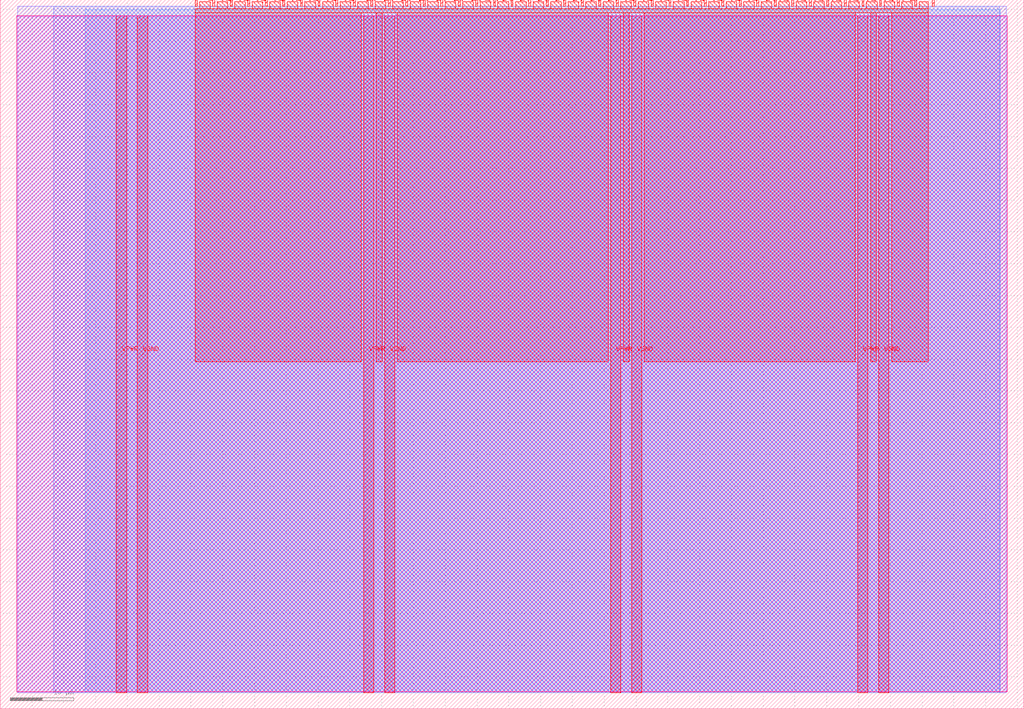
<source format=lef>
VERSION 5.7 ;
  NOWIREEXTENSIONATPIN ON ;
  DIVIDERCHAR "/" ;
  BUSBITCHARS "[]" ;
MACRO tt_um_dff_mem
  CLASS BLOCK ;
  FOREIGN tt_um_dff_mem ;
  ORIGIN 0.000 0.000 ;
  SIZE 161.000 BY 111.520 ;
  PIN VGND
    DIRECTION INOUT ;
    USE GROUND ;
    PORT
      LAYER met4 ;
        RECT 21.580 2.480 23.180 109.040 ;
    END
    PORT
      LAYER met4 ;
        RECT 60.450 2.480 62.050 109.040 ;
    END
    PORT
      LAYER met4 ;
        RECT 99.320 2.480 100.920 109.040 ;
    END
    PORT
      LAYER met4 ;
        RECT 138.190 2.480 139.790 109.040 ;
    END
  END VGND
  PIN VPWR
    DIRECTION INOUT ;
    USE POWER ;
    PORT
      LAYER met4 ;
        RECT 18.280 2.480 19.880 109.040 ;
    END
    PORT
      LAYER met4 ;
        RECT 57.150 2.480 58.750 109.040 ;
    END
    PORT
      LAYER met4 ;
        RECT 96.020 2.480 97.620 109.040 ;
    END
    PORT
      LAYER met4 ;
        RECT 134.890 2.480 136.490 109.040 ;
    END
  END VPWR
  PIN clk
    DIRECTION INPUT ;
    USE SIGNAL ;
    ANTENNAGATEAREA 0.852000 ;
    PORT
      LAYER met4 ;
        RECT 143.830 110.520 144.130 111.520 ;
    END
  END clk
  PIN ena
    DIRECTION INPUT ;
    USE SIGNAL ;
    PORT
      LAYER met4 ;
        RECT 146.590 110.520 146.890 111.520 ;
    END
  END ena
  PIN rst_n
    DIRECTION INPUT ;
    USE SIGNAL ;
    ANTENNAGATEAREA 0.213000 ;
    PORT
      LAYER met4 ;
        RECT 141.070 110.520 141.370 111.520 ;
    END
  END rst_n
  PIN ui_in[0]
    DIRECTION INPUT ;
    USE SIGNAL ;
    ANTENNAGATEAREA 0.126000 ;
    PORT
      LAYER met4 ;
        RECT 138.310 110.520 138.610 111.520 ;
    END
  END ui_in[0]
  PIN ui_in[1]
    DIRECTION INPUT ;
    USE SIGNAL ;
    ANTENNAGATEAREA 0.126000 ;
    PORT
      LAYER met4 ;
        RECT 135.550 110.520 135.850 111.520 ;
    END
  END ui_in[1]
  PIN ui_in[2]
    DIRECTION INPUT ;
    USE SIGNAL ;
    ANTENNAGATEAREA 0.196500 ;
    PORT
      LAYER met4 ;
        RECT 132.790 110.520 133.090 111.520 ;
    END
  END ui_in[2]
  PIN ui_in[3]
    DIRECTION INPUT ;
    USE SIGNAL ;
    ANTENNAGATEAREA 0.196500 ;
    PORT
      LAYER met4 ;
        RECT 130.030 110.520 130.330 111.520 ;
    END
  END ui_in[3]
  PIN ui_in[4]
    DIRECTION INPUT ;
    USE SIGNAL ;
    PORT
      LAYER met4 ;
        RECT 127.270 110.520 127.570 111.520 ;
    END
  END ui_in[4]
  PIN ui_in[5]
    DIRECTION INPUT ;
    USE SIGNAL ;
    PORT
      LAYER met4 ;
        RECT 124.510 110.520 124.810 111.520 ;
    END
  END ui_in[5]
  PIN ui_in[6]
    DIRECTION INPUT ;
    USE SIGNAL ;
    ANTENNAGATEAREA 1.572000 ;
    PORT
      LAYER met4 ;
        RECT 121.750 110.520 122.050 111.520 ;
    END
  END ui_in[6]
  PIN ui_in[7]
    DIRECTION INPUT ;
    USE SIGNAL ;
    ANTENNAGATEAREA 0.196500 ;
    PORT
      LAYER met4 ;
        RECT 118.990 110.520 119.290 111.520 ;
    END
  END ui_in[7]
  PIN uio_in[0]
    DIRECTION INPUT ;
    USE SIGNAL ;
    ANTENNAGATEAREA 0.196500 ;
    PORT
      LAYER met4 ;
        RECT 116.230 110.520 116.530 111.520 ;
    END
  END uio_in[0]
  PIN uio_in[1]
    DIRECTION INPUT ;
    USE SIGNAL ;
    ANTENNAGATEAREA 0.196500 ;
    PORT
      LAYER met4 ;
        RECT 113.470 110.520 113.770 111.520 ;
    END
  END uio_in[1]
  PIN uio_in[2]
    DIRECTION INPUT ;
    USE SIGNAL ;
    ANTENNAGATEAREA 0.196500 ;
    PORT
      LAYER met4 ;
        RECT 110.710 110.520 111.010 111.520 ;
    END
  END uio_in[2]
  PIN uio_in[3]
    DIRECTION INPUT ;
    USE SIGNAL ;
    ANTENNAGATEAREA 0.196500 ;
    PORT
      LAYER met4 ;
        RECT 107.950 110.520 108.250 111.520 ;
    END
  END uio_in[3]
  PIN uio_in[4]
    DIRECTION INPUT ;
    USE SIGNAL ;
    ANTENNAGATEAREA 0.196500 ;
    PORT
      LAYER met4 ;
        RECT 105.190 110.520 105.490 111.520 ;
    END
  END uio_in[4]
  PIN uio_in[5]
    DIRECTION INPUT ;
    USE SIGNAL ;
    ANTENNAGATEAREA 0.196500 ;
    PORT
      LAYER met4 ;
        RECT 102.430 110.520 102.730 111.520 ;
    END
  END uio_in[5]
  PIN uio_in[6]
    DIRECTION INPUT ;
    USE SIGNAL ;
    ANTENNAGATEAREA 0.196500 ;
    PORT
      LAYER met4 ;
        RECT 99.670 110.520 99.970 111.520 ;
    END
  END uio_in[6]
  PIN uio_in[7]
    DIRECTION INPUT ;
    USE SIGNAL ;
    ANTENNAGATEAREA 0.196500 ;
    PORT
      LAYER met4 ;
        RECT 96.910 110.520 97.210 111.520 ;
    END
  END uio_in[7]
  PIN uio_oe[0]
    DIRECTION OUTPUT ;
    USE SIGNAL ;
    PORT
      LAYER met4 ;
        RECT 49.990 110.520 50.290 111.520 ;
    END
  END uio_oe[0]
  PIN uio_oe[1]
    DIRECTION OUTPUT ;
    USE SIGNAL ;
    PORT
      LAYER met4 ;
        RECT 47.230 110.520 47.530 111.520 ;
    END
  END uio_oe[1]
  PIN uio_oe[2]
    DIRECTION OUTPUT ;
    USE SIGNAL ;
    PORT
      LAYER met4 ;
        RECT 44.470 110.520 44.770 111.520 ;
    END
  END uio_oe[2]
  PIN uio_oe[3]
    DIRECTION OUTPUT ;
    USE SIGNAL ;
    PORT
      LAYER met4 ;
        RECT 41.710 110.520 42.010 111.520 ;
    END
  END uio_oe[3]
  PIN uio_oe[4]
    DIRECTION OUTPUT ;
    USE SIGNAL ;
    PORT
      LAYER met4 ;
        RECT 38.950 110.520 39.250 111.520 ;
    END
  END uio_oe[4]
  PIN uio_oe[5]
    DIRECTION OUTPUT ;
    USE SIGNAL ;
    PORT
      LAYER met4 ;
        RECT 36.190 110.520 36.490 111.520 ;
    END
  END uio_oe[5]
  PIN uio_oe[6]
    DIRECTION OUTPUT ;
    USE SIGNAL ;
    PORT
      LAYER met4 ;
        RECT 33.430 110.520 33.730 111.520 ;
    END
  END uio_oe[6]
  PIN uio_oe[7]
    DIRECTION OUTPUT ;
    USE SIGNAL ;
    PORT
      LAYER met4 ;
        RECT 30.670 110.520 30.970 111.520 ;
    END
  END uio_oe[7]
  PIN uio_out[0]
    DIRECTION OUTPUT ;
    USE SIGNAL ;
    PORT
      LAYER met4 ;
        RECT 72.070 110.520 72.370 111.520 ;
    END
  END uio_out[0]
  PIN uio_out[1]
    DIRECTION OUTPUT ;
    USE SIGNAL ;
    PORT
      LAYER met4 ;
        RECT 69.310 110.520 69.610 111.520 ;
    END
  END uio_out[1]
  PIN uio_out[2]
    DIRECTION OUTPUT ;
    USE SIGNAL ;
    PORT
      LAYER met4 ;
        RECT 66.550 110.520 66.850 111.520 ;
    END
  END uio_out[2]
  PIN uio_out[3]
    DIRECTION OUTPUT ;
    USE SIGNAL ;
    PORT
      LAYER met4 ;
        RECT 63.790 110.520 64.090 111.520 ;
    END
  END uio_out[3]
  PIN uio_out[4]
    DIRECTION OUTPUT ;
    USE SIGNAL ;
    PORT
      LAYER met4 ;
        RECT 61.030 110.520 61.330 111.520 ;
    END
  END uio_out[4]
  PIN uio_out[5]
    DIRECTION OUTPUT ;
    USE SIGNAL ;
    PORT
      LAYER met4 ;
        RECT 58.270 110.520 58.570 111.520 ;
    END
  END uio_out[5]
  PIN uio_out[6]
    DIRECTION OUTPUT ;
    USE SIGNAL ;
    PORT
      LAYER met4 ;
        RECT 55.510 110.520 55.810 111.520 ;
    END
  END uio_out[6]
  PIN uio_out[7]
    DIRECTION OUTPUT ;
    USE SIGNAL ;
    PORT
      LAYER met4 ;
        RECT 52.750 110.520 53.050 111.520 ;
    END
  END uio_out[7]
  PIN uo_out[0]
    DIRECTION OUTPUT ;
    USE SIGNAL ;
    ANTENNADIFFAREA 1.782000 ;
    PORT
      LAYER met4 ;
        RECT 94.150 110.520 94.450 111.520 ;
    END
  END uo_out[0]
  PIN uo_out[1]
    DIRECTION OUTPUT ;
    USE SIGNAL ;
    ANTENNADIFFAREA 1.782000 ;
    PORT
      LAYER met4 ;
        RECT 91.390 110.520 91.690 111.520 ;
    END
  END uo_out[1]
  PIN uo_out[2]
    DIRECTION OUTPUT ;
    USE SIGNAL ;
    ANTENNADIFFAREA 1.782000 ;
    PORT
      LAYER met4 ;
        RECT 88.630 110.520 88.930 111.520 ;
    END
  END uo_out[2]
  PIN uo_out[3]
    DIRECTION OUTPUT ;
    USE SIGNAL ;
    ANTENNADIFFAREA 1.782000 ;
    PORT
      LAYER met4 ;
        RECT 85.870 110.520 86.170 111.520 ;
    END
  END uo_out[3]
  PIN uo_out[4]
    DIRECTION OUTPUT ;
    USE SIGNAL ;
    ANTENNADIFFAREA 1.782000 ;
    PORT
      LAYER met4 ;
        RECT 83.110 110.520 83.410 111.520 ;
    END
  END uo_out[4]
  PIN uo_out[5]
    DIRECTION OUTPUT ;
    USE SIGNAL ;
    ANTENNADIFFAREA 1.782000 ;
    PORT
      LAYER met4 ;
        RECT 80.350 110.520 80.650 111.520 ;
    END
  END uo_out[5]
  PIN uo_out[6]
    DIRECTION OUTPUT ;
    USE SIGNAL ;
    ANTENNADIFFAREA 1.782000 ;
    PORT
      LAYER met4 ;
        RECT 77.590 110.520 77.890 111.520 ;
    END
  END uo_out[6]
  PIN uo_out[7]
    DIRECTION OUTPUT ;
    USE SIGNAL ;
    ANTENNADIFFAREA 1.782000 ;
    PORT
      LAYER met4 ;
        RECT 74.830 110.520 75.130 111.520 ;
    END
  END uo_out[7]
  OBS
      LAYER nwell ;
        RECT 2.570 2.635 158.430 108.990 ;
      LAYER li1 ;
        RECT 2.760 2.635 158.240 108.885 ;
      LAYER met1 ;
        RECT 2.760 2.480 158.240 110.460 ;
      LAYER met2 ;
        RECT 8.380 2.535 157.230 110.490 ;
      LAYER met3 ;
        RECT 13.405 2.555 157.255 109.985 ;
      LAYER met4 ;
        RECT 31.370 110.120 33.030 111.170 ;
        RECT 34.130 110.120 35.790 111.170 ;
        RECT 36.890 110.120 38.550 111.170 ;
        RECT 39.650 110.120 41.310 111.170 ;
        RECT 42.410 110.120 44.070 111.170 ;
        RECT 45.170 110.120 46.830 111.170 ;
        RECT 47.930 110.120 49.590 111.170 ;
        RECT 50.690 110.120 52.350 111.170 ;
        RECT 53.450 110.120 55.110 111.170 ;
        RECT 56.210 110.120 57.870 111.170 ;
        RECT 58.970 110.120 60.630 111.170 ;
        RECT 61.730 110.120 63.390 111.170 ;
        RECT 64.490 110.120 66.150 111.170 ;
        RECT 67.250 110.120 68.910 111.170 ;
        RECT 70.010 110.120 71.670 111.170 ;
        RECT 72.770 110.120 74.430 111.170 ;
        RECT 75.530 110.120 77.190 111.170 ;
        RECT 78.290 110.120 79.950 111.170 ;
        RECT 81.050 110.120 82.710 111.170 ;
        RECT 83.810 110.120 85.470 111.170 ;
        RECT 86.570 110.120 88.230 111.170 ;
        RECT 89.330 110.120 90.990 111.170 ;
        RECT 92.090 110.120 93.750 111.170 ;
        RECT 94.850 110.120 96.510 111.170 ;
        RECT 97.610 110.120 99.270 111.170 ;
        RECT 100.370 110.120 102.030 111.170 ;
        RECT 103.130 110.120 104.790 111.170 ;
        RECT 105.890 110.120 107.550 111.170 ;
        RECT 108.650 110.120 110.310 111.170 ;
        RECT 111.410 110.120 113.070 111.170 ;
        RECT 114.170 110.120 115.830 111.170 ;
        RECT 116.930 110.120 118.590 111.170 ;
        RECT 119.690 110.120 121.350 111.170 ;
        RECT 122.450 110.120 124.110 111.170 ;
        RECT 125.210 110.120 126.870 111.170 ;
        RECT 127.970 110.120 129.630 111.170 ;
        RECT 130.730 110.120 132.390 111.170 ;
        RECT 133.490 110.120 135.150 111.170 ;
        RECT 136.250 110.120 137.910 111.170 ;
        RECT 139.010 110.120 140.670 111.170 ;
        RECT 141.770 110.120 143.430 111.170 ;
        RECT 144.530 110.120 145.985 111.170 ;
        RECT 30.655 109.440 145.985 110.120 ;
        RECT 30.655 54.575 56.750 109.440 ;
        RECT 59.150 54.575 60.050 109.440 ;
        RECT 62.450 54.575 95.620 109.440 ;
        RECT 98.020 54.575 98.920 109.440 ;
        RECT 101.320 54.575 134.490 109.440 ;
        RECT 136.890 54.575 137.790 109.440 ;
        RECT 140.190 54.575 145.985 109.440 ;
  END
END tt_um_dff_mem
END LIBRARY


</source>
